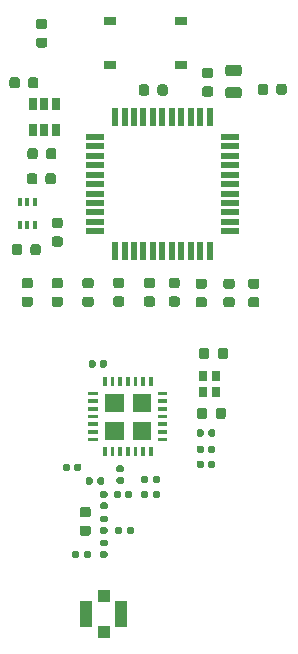
<source format=gbr>
%TF.GenerationSoftware,KiCad,Pcbnew,(5.1.6)-1*%
%TF.CreationDate,2022-09-14T08:17:57+02:00*%
%TF.ProjectId,LoRaWAN_EndNode_Microchip,4c6f5261-5741-44e5-9f45-6e644e6f6465,rev?*%
%TF.SameCoordinates,Original*%
%TF.FileFunction,Paste,Top*%
%TF.FilePolarity,Positive*%
%FSLAX46Y46*%
G04 Gerber Fmt 4.6, Leading zero omitted, Abs format (unit mm)*
G04 Created by KiCad (PCBNEW (5.1.6)-1) date 2022-09-14 08:17:57*
%MOMM*%
%LPD*%
G01*
G04 APERTURE LIST*
%ADD10C,0.010000*%
%ADD11R,0.400000X0.650000*%
%ADD12R,0.650000X1.060000*%
%ADD13R,0.800000X0.900000*%
%ADD14R,1.000000X0.750000*%
%ADD15R,0.550000X1.500000*%
%ADD16R,1.500000X0.550000*%
%ADD17R,1.050000X2.200000*%
%ADD18R,1.000000X1.050000*%
G04 APERTURE END LIST*
D10*
%TO.C,U1*%
G36*
X199077000Y-105224000D02*
G01*
X197597000Y-105224000D01*
X197597000Y-103744000D01*
X199077000Y-103744000D01*
X199077000Y-105224000D01*
G37*
X199077000Y-105224000D02*
X197597000Y-105224000D01*
X197597000Y-103744000D01*
X199077000Y-103744000D01*
X199077000Y-105224000D01*
G36*
X201437000Y-105224000D02*
G01*
X199957000Y-105224000D01*
X199957000Y-103744000D01*
X201437000Y-103744000D01*
X201437000Y-105224000D01*
G37*
X201437000Y-105224000D02*
X199957000Y-105224000D01*
X199957000Y-103744000D01*
X201437000Y-103744000D01*
X201437000Y-105224000D01*
G36*
X199077000Y-107584000D02*
G01*
X197597000Y-107584000D01*
X197597000Y-106104000D01*
X199077000Y-106104000D01*
X199077000Y-107584000D01*
G37*
X199077000Y-107584000D02*
X197597000Y-107584000D01*
X197597000Y-106104000D01*
X199077000Y-106104000D01*
X199077000Y-107584000D01*
G36*
X201437000Y-107584000D02*
G01*
X199957000Y-107584000D01*
X199957000Y-106104000D01*
X201437000Y-106104000D01*
X201437000Y-107584000D01*
G37*
X201437000Y-107584000D02*
X199957000Y-107584000D01*
X199957000Y-106104000D01*
X201437000Y-106104000D01*
X201437000Y-107584000D01*
%TD*%
%TO.C,R311*%
G36*
G01*
X193291750Y-90418500D02*
X193804250Y-90418500D01*
G75*
G02*
X194023000Y-90637250I0J-218750D01*
G01*
X194023000Y-91074750D01*
G75*
G02*
X193804250Y-91293500I-218750J0D01*
G01*
X193291750Y-91293500D01*
G75*
G02*
X193073000Y-91074750I0J218750D01*
G01*
X193073000Y-90637250D01*
G75*
G02*
X193291750Y-90418500I218750J0D01*
G01*
G37*
G36*
G01*
X193291750Y-88843500D02*
X193804250Y-88843500D01*
G75*
G02*
X194023000Y-89062250I0J-218750D01*
G01*
X194023000Y-89499750D01*
G75*
G02*
X193804250Y-89718500I-218750J0D01*
G01*
X193291750Y-89718500D01*
G75*
G02*
X193073000Y-89499750I0J218750D01*
G01*
X193073000Y-89062250D01*
G75*
G02*
X193291750Y-88843500I218750J0D01*
G01*
G37*
%TD*%
D11*
%TO.C,U6*%
X190358000Y-87528400D03*
X191658000Y-87528400D03*
X191008000Y-89428400D03*
X191008000Y-87528400D03*
X191658000Y-89428400D03*
X190358000Y-89428400D03*
%TD*%
%TO.C,R302*%
G36*
G01*
X205996250Y-94862000D02*
X205483750Y-94862000D01*
G75*
G02*
X205265000Y-94643250I0J218750D01*
G01*
X205265000Y-94205750D01*
G75*
G02*
X205483750Y-93987000I218750J0D01*
G01*
X205996250Y-93987000D01*
G75*
G02*
X206215000Y-94205750I0J-218750D01*
G01*
X206215000Y-94643250D01*
G75*
G02*
X205996250Y-94862000I-218750J0D01*
G01*
G37*
G36*
G01*
X205996250Y-96437000D02*
X205483750Y-96437000D01*
G75*
G02*
X205265000Y-96218250I0J218750D01*
G01*
X205265000Y-95780750D01*
G75*
G02*
X205483750Y-95562000I218750J0D01*
G01*
X205996250Y-95562000D01*
G75*
G02*
X206215000Y-95780750I0J-218750D01*
G01*
X206215000Y-96218250D01*
G75*
G02*
X205996250Y-96437000I-218750J0D01*
G01*
G37*
%TD*%
%TO.C,L204*%
G36*
G01*
X197312500Y-116083000D02*
X197657500Y-116083000D01*
G75*
G02*
X197805000Y-116230500I0J-147500D01*
G01*
X197805000Y-116525500D01*
G75*
G02*
X197657500Y-116673000I-147500J0D01*
G01*
X197312500Y-116673000D01*
G75*
G02*
X197165000Y-116525500I0J147500D01*
G01*
X197165000Y-116230500D01*
G75*
G02*
X197312500Y-116083000I147500J0D01*
G01*
G37*
G36*
G01*
X197312500Y-117053000D02*
X197657500Y-117053000D01*
G75*
G02*
X197805000Y-117200500I0J-147500D01*
G01*
X197805000Y-117495500D01*
G75*
G02*
X197657500Y-117643000I-147500J0D01*
G01*
X197312500Y-117643000D01*
G75*
G02*
X197165000Y-117495500I0J147500D01*
G01*
X197165000Y-117200500D01*
G75*
G02*
X197312500Y-117053000I147500J0D01*
G01*
G37*
%TD*%
%TO.C,L203*%
G36*
G01*
X197312500Y-115021000D02*
X197657500Y-115021000D01*
G75*
G02*
X197805000Y-115168500I0J-147500D01*
G01*
X197805000Y-115463500D01*
G75*
G02*
X197657500Y-115611000I-147500J0D01*
G01*
X197312500Y-115611000D01*
G75*
G02*
X197165000Y-115463500I0J147500D01*
G01*
X197165000Y-115168500D01*
G75*
G02*
X197312500Y-115021000I147500J0D01*
G01*
G37*
G36*
G01*
X197312500Y-114051000D02*
X197657500Y-114051000D01*
G75*
G02*
X197805000Y-114198500I0J-147500D01*
G01*
X197805000Y-114493500D01*
G75*
G02*
X197657500Y-114641000I-147500J0D01*
G01*
X197312500Y-114641000D01*
G75*
G02*
X197165000Y-114493500I0J147500D01*
G01*
X197165000Y-114198500D01*
G75*
G02*
X197312500Y-114051000I147500J0D01*
G01*
G37*
%TD*%
%TO.C,L202*%
G36*
G01*
X194628000Y-109809500D02*
X194628000Y-110154500D01*
G75*
G02*
X194480500Y-110302000I-147500J0D01*
G01*
X194185500Y-110302000D01*
G75*
G02*
X194038000Y-110154500I0J147500D01*
G01*
X194038000Y-109809500D01*
G75*
G02*
X194185500Y-109662000I147500J0D01*
G01*
X194480500Y-109662000D01*
G75*
G02*
X194628000Y-109809500I0J-147500D01*
G01*
G37*
G36*
G01*
X195598000Y-109809500D02*
X195598000Y-110154500D01*
G75*
G02*
X195450500Y-110302000I-147500J0D01*
G01*
X195155500Y-110302000D01*
G75*
G02*
X195008000Y-110154500I0J147500D01*
G01*
X195008000Y-109809500D01*
G75*
G02*
X195155500Y-109662000I147500J0D01*
G01*
X195450500Y-109662000D01*
G75*
G02*
X195598000Y-109809500I0J-147500D01*
G01*
G37*
%TD*%
%TO.C,L201*%
G36*
G01*
X199893000Y-112095500D02*
X199893000Y-112440500D01*
G75*
G02*
X199745500Y-112588000I-147500J0D01*
G01*
X199450500Y-112588000D01*
G75*
G02*
X199303000Y-112440500I0J147500D01*
G01*
X199303000Y-112095500D01*
G75*
G02*
X199450500Y-111948000I147500J0D01*
G01*
X199745500Y-111948000D01*
G75*
G02*
X199893000Y-112095500I0J-147500D01*
G01*
G37*
G36*
G01*
X198923000Y-112095500D02*
X198923000Y-112440500D01*
G75*
G02*
X198775500Y-112588000I-147500J0D01*
G01*
X198480500Y-112588000D01*
G75*
G02*
X198333000Y-112440500I0J147500D01*
G01*
X198333000Y-112095500D01*
G75*
G02*
X198480500Y-111948000I147500J0D01*
G01*
X198775500Y-111948000D01*
G75*
G02*
X198923000Y-112095500I0J-147500D01*
G01*
G37*
%TD*%
%TO.C,C302*%
G36*
G01*
X201326000Y-77772550D02*
X201326000Y-78285050D01*
G75*
G02*
X201107250Y-78503800I-218750J0D01*
G01*
X200669750Y-78503800D01*
G75*
G02*
X200451000Y-78285050I0J218750D01*
G01*
X200451000Y-77772550D01*
G75*
G02*
X200669750Y-77553800I218750J0D01*
G01*
X201107250Y-77553800D01*
G75*
G02*
X201326000Y-77772550I0J-218750D01*
G01*
G37*
G36*
G01*
X202901000Y-77772550D02*
X202901000Y-78285050D01*
G75*
G02*
X202682250Y-78503800I-218750J0D01*
G01*
X202244750Y-78503800D01*
G75*
G02*
X202026000Y-78285050I0J218750D01*
G01*
X202026000Y-77772550D01*
G75*
G02*
X202244750Y-77553800I218750J0D01*
G01*
X202682250Y-77553800D01*
G75*
G02*
X202901000Y-77772550I0J-218750D01*
G01*
G37*
%TD*%
%TO.C,D301*%
G36*
G01*
X208018750Y-77762500D02*
X208931250Y-77762500D01*
G75*
G02*
X209175000Y-78006250I0J-243750D01*
G01*
X209175000Y-78493750D01*
G75*
G02*
X208931250Y-78737500I-243750J0D01*
G01*
X208018750Y-78737500D01*
G75*
G02*
X207775000Y-78493750I0J243750D01*
G01*
X207775000Y-78006250D01*
G75*
G02*
X208018750Y-77762500I243750J0D01*
G01*
G37*
G36*
G01*
X208018750Y-75887500D02*
X208931250Y-75887500D01*
G75*
G02*
X209175000Y-76131250I0J-243750D01*
G01*
X209175000Y-76618750D01*
G75*
G02*
X208931250Y-76862500I-243750J0D01*
G01*
X208018750Y-76862500D01*
G75*
G02*
X207775000Y-76618750I0J243750D01*
G01*
X207775000Y-76131250D01*
G75*
G02*
X208018750Y-75887500I243750J0D01*
G01*
G37*
%TD*%
%TO.C,C308*%
G36*
G01*
X191970950Y-72003100D02*
X192483450Y-72003100D01*
G75*
G02*
X192702200Y-72221850I0J-218750D01*
G01*
X192702200Y-72659350D01*
G75*
G02*
X192483450Y-72878100I-218750J0D01*
G01*
X191970950Y-72878100D01*
G75*
G02*
X191752200Y-72659350I0J218750D01*
G01*
X191752200Y-72221850D01*
G75*
G02*
X191970950Y-72003100I218750J0D01*
G01*
G37*
G36*
G01*
X191970950Y-73578100D02*
X192483450Y-73578100D01*
G75*
G02*
X192702200Y-73796850I0J-218750D01*
G01*
X192702200Y-74234350D01*
G75*
G02*
X192483450Y-74453100I-218750J0D01*
G01*
X191970950Y-74453100D01*
G75*
G02*
X191752200Y-74234350I0J218750D01*
G01*
X191752200Y-73796850D01*
G75*
G02*
X191970950Y-73578100I218750J0D01*
G01*
G37*
%TD*%
%TO.C,C309*%
G36*
G01*
X191851900Y-85290950D02*
X191851900Y-85803450D01*
G75*
G02*
X191633150Y-86022200I-218750J0D01*
G01*
X191195650Y-86022200D01*
G75*
G02*
X190976900Y-85803450I0J218750D01*
G01*
X190976900Y-85290950D01*
G75*
G02*
X191195650Y-85072200I218750J0D01*
G01*
X191633150Y-85072200D01*
G75*
G02*
X191851900Y-85290950I0J-218750D01*
G01*
G37*
G36*
G01*
X193426900Y-85290950D02*
X193426900Y-85803450D01*
G75*
G02*
X193208150Y-86022200I-218750J0D01*
G01*
X192770650Y-86022200D01*
G75*
G02*
X192551900Y-85803450I0J218750D01*
G01*
X192551900Y-85290950D01*
G75*
G02*
X192770650Y-85072200I218750J0D01*
G01*
X193208150Y-85072200D01*
G75*
G02*
X193426900Y-85290950I0J-218750D01*
G01*
G37*
%TD*%
%TO.C,R301*%
G36*
G01*
X201614750Y-96373500D02*
X201102250Y-96373500D01*
G75*
G02*
X200883500Y-96154750I0J218750D01*
G01*
X200883500Y-95717250D01*
G75*
G02*
X201102250Y-95498500I218750J0D01*
G01*
X201614750Y-95498500D01*
G75*
G02*
X201833500Y-95717250I0J-218750D01*
G01*
X201833500Y-96154750D01*
G75*
G02*
X201614750Y-96373500I-218750J0D01*
G01*
G37*
G36*
G01*
X201614750Y-94798500D02*
X201102250Y-94798500D01*
G75*
G02*
X200883500Y-94579750I0J218750D01*
G01*
X200883500Y-94142250D01*
G75*
G02*
X201102250Y-93923500I218750J0D01*
G01*
X201614750Y-93923500D01*
G75*
G02*
X201833500Y-94142250I0J-218750D01*
G01*
X201833500Y-94579750D01*
G75*
G02*
X201614750Y-94798500I-218750J0D01*
G01*
G37*
%TD*%
%TO.C,C310*%
G36*
G01*
X189706700Y-91797850D02*
X189706700Y-91285350D01*
G75*
G02*
X189925450Y-91066600I218750J0D01*
G01*
X190362950Y-91066600D01*
G75*
G02*
X190581700Y-91285350I0J-218750D01*
G01*
X190581700Y-91797850D01*
G75*
G02*
X190362950Y-92016600I-218750J0D01*
G01*
X189925450Y-92016600D01*
G75*
G02*
X189706700Y-91797850I0J218750D01*
G01*
G37*
G36*
G01*
X191281700Y-91797850D02*
X191281700Y-91285350D01*
G75*
G02*
X191500450Y-91066600I218750J0D01*
G01*
X191937950Y-91066600D01*
G75*
G02*
X192156700Y-91285350I0J-218750D01*
G01*
X192156700Y-91797850D01*
G75*
G02*
X191937950Y-92016600I-218750J0D01*
G01*
X191500450Y-92016600D01*
G75*
G02*
X191281700Y-91797850I0J218750D01*
G01*
G37*
%TD*%
%TO.C,C307*%
G36*
G01*
X190378500Y-77162950D02*
X190378500Y-77675450D01*
G75*
G02*
X190159750Y-77894200I-218750J0D01*
G01*
X189722250Y-77894200D01*
G75*
G02*
X189503500Y-77675450I0J218750D01*
G01*
X189503500Y-77162950D01*
G75*
G02*
X189722250Y-76944200I218750J0D01*
G01*
X190159750Y-76944200D01*
G75*
G02*
X190378500Y-77162950I0J-218750D01*
G01*
G37*
G36*
G01*
X191953500Y-77162950D02*
X191953500Y-77675450D01*
G75*
G02*
X191734750Y-77894200I-218750J0D01*
G01*
X191297250Y-77894200D01*
G75*
G02*
X191078500Y-77675450I0J218750D01*
G01*
X191078500Y-77162950D01*
G75*
G02*
X191297250Y-76944200I218750J0D01*
G01*
X191734750Y-76944200D01*
G75*
G02*
X191953500Y-77162950I0J-218750D01*
G01*
G37*
%TD*%
%TO.C,C301*%
G36*
G01*
X203197750Y-93923500D02*
X203710250Y-93923500D01*
G75*
G02*
X203929000Y-94142250I0J-218750D01*
G01*
X203929000Y-94579750D01*
G75*
G02*
X203710250Y-94798500I-218750J0D01*
G01*
X203197750Y-94798500D01*
G75*
G02*
X202979000Y-94579750I0J218750D01*
G01*
X202979000Y-94142250D01*
G75*
G02*
X203197750Y-93923500I218750J0D01*
G01*
G37*
G36*
G01*
X203197750Y-95498500D02*
X203710250Y-95498500D01*
G75*
G02*
X203929000Y-95717250I0J-218750D01*
G01*
X203929000Y-96154750D01*
G75*
G02*
X203710250Y-96373500I-218750J0D01*
G01*
X203197750Y-96373500D01*
G75*
G02*
X202979000Y-96154750I0J218750D01*
G01*
X202979000Y-95717250D01*
G75*
G02*
X203197750Y-95498500I218750J0D01*
G01*
G37*
%TD*%
%TO.C,R303*%
G36*
G01*
X208345750Y-94862000D02*
X207833250Y-94862000D01*
G75*
G02*
X207614500Y-94643250I0J218750D01*
G01*
X207614500Y-94205750D01*
G75*
G02*
X207833250Y-93987000I218750J0D01*
G01*
X208345750Y-93987000D01*
G75*
G02*
X208564500Y-94205750I0J-218750D01*
G01*
X208564500Y-94643250D01*
G75*
G02*
X208345750Y-94862000I-218750J0D01*
G01*
G37*
G36*
G01*
X208345750Y-96437000D02*
X207833250Y-96437000D01*
G75*
G02*
X207614500Y-96218250I0J218750D01*
G01*
X207614500Y-95780750D01*
G75*
G02*
X207833250Y-95562000I218750J0D01*
G01*
X208345750Y-95562000D01*
G75*
G02*
X208564500Y-95780750I0J-218750D01*
G01*
X208564500Y-96218250D01*
G75*
G02*
X208345750Y-96437000I-218750J0D01*
G01*
G37*
%TD*%
D12*
%TO.C,U5*%
X192466000Y-79181600D03*
X191516000Y-79181600D03*
X193416000Y-79181600D03*
X193416000Y-81381600D03*
X192466000Y-81381600D03*
X191516000Y-81381600D03*
%TD*%
%TO.C,R307*%
G36*
G01*
X190751750Y-95511000D02*
X191264250Y-95511000D01*
G75*
G02*
X191483000Y-95729750I0J-218750D01*
G01*
X191483000Y-96167250D01*
G75*
G02*
X191264250Y-96386000I-218750J0D01*
G01*
X190751750Y-96386000D01*
G75*
G02*
X190533000Y-96167250I0J218750D01*
G01*
X190533000Y-95729750D01*
G75*
G02*
X190751750Y-95511000I218750J0D01*
G01*
G37*
G36*
G01*
X190751750Y-93936000D02*
X191264250Y-93936000D01*
G75*
G02*
X191483000Y-94154750I0J-218750D01*
G01*
X191483000Y-94592250D01*
G75*
G02*
X191264250Y-94811000I-218750J0D01*
G01*
X190751750Y-94811000D01*
G75*
G02*
X190533000Y-94592250I0J218750D01*
G01*
X190533000Y-94154750D01*
G75*
G02*
X190751750Y-93936000I218750J0D01*
G01*
G37*
%TD*%
D13*
%TO.C,Y1*%
X205910000Y-103632000D03*
X205910000Y-102232000D03*
X207010000Y-102232000D03*
X207010000Y-103632000D03*
%TD*%
%TO.C,Rext1*%
G36*
G01*
X193477700Y-83157350D02*
X193477700Y-83669850D01*
G75*
G02*
X193258950Y-83888600I-218750J0D01*
G01*
X192821450Y-83888600D01*
G75*
G02*
X192602700Y-83669850I0J218750D01*
G01*
X192602700Y-83157350D01*
G75*
G02*
X192821450Y-82938600I218750J0D01*
G01*
X193258950Y-82938600D01*
G75*
G02*
X193477700Y-83157350I0J-218750D01*
G01*
G37*
G36*
G01*
X191902700Y-83157350D02*
X191902700Y-83669850D01*
G75*
G02*
X191683950Y-83888600I-218750J0D01*
G01*
X191246450Y-83888600D01*
G75*
G02*
X191027700Y-83669850I0J218750D01*
G01*
X191027700Y-83157350D01*
G75*
G02*
X191246450Y-82938600I218750J0D01*
G01*
X191683950Y-82938600D01*
G75*
G02*
X191902700Y-83157350I0J-218750D01*
G01*
G37*
%TD*%
%TO.C,R305*%
G36*
G01*
X212097000Y-78234250D02*
X212097000Y-77721750D01*
G75*
G02*
X212315750Y-77503000I218750J0D01*
G01*
X212753250Y-77503000D01*
G75*
G02*
X212972000Y-77721750I0J-218750D01*
G01*
X212972000Y-78234250D01*
G75*
G02*
X212753250Y-78453000I-218750J0D01*
G01*
X212315750Y-78453000D01*
G75*
G02*
X212097000Y-78234250I0J218750D01*
G01*
G37*
G36*
G01*
X210522000Y-78234250D02*
X210522000Y-77721750D01*
G75*
G02*
X210740750Y-77503000I218750J0D01*
G01*
X211178250Y-77503000D01*
G75*
G02*
X211397000Y-77721750I0J-218750D01*
G01*
X211397000Y-78234250D01*
G75*
G02*
X211178250Y-78453000I-218750J0D01*
G01*
X210740750Y-78453000D01*
G75*
G02*
X210522000Y-78234250I0J218750D01*
G01*
G37*
%TD*%
%TO.C,U1*%
G36*
G01*
X196967000Y-107466800D02*
X196967000Y-107761200D01*
G75*
G02*
X196954200Y-107774000I-12800J0D01*
G01*
X196169800Y-107774000D01*
G75*
G02*
X196157000Y-107761200I0J12800D01*
G01*
X196157000Y-107466800D01*
G75*
G02*
X196169800Y-107454000I12800J0D01*
G01*
X196954200Y-107454000D01*
G75*
G02*
X196967000Y-107466800I0J-12800D01*
G01*
G37*
G36*
G01*
X196967000Y-106816800D02*
X196967000Y-107111200D01*
G75*
G02*
X196954200Y-107124000I-12800J0D01*
G01*
X196169800Y-107124000D01*
G75*
G02*
X196157000Y-107111200I0J12800D01*
G01*
X196157000Y-106816800D01*
G75*
G02*
X196169800Y-106804000I12800J0D01*
G01*
X196954200Y-106804000D01*
G75*
G02*
X196967000Y-106816800I0J-12800D01*
G01*
G37*
G36*
G01*
X196967000Y-106166800D02*
X196967000Y-106461200D01*
G75*
G02*
X196954200Y-106474000I-12800J0D01*
G01*
X196169800Y-106474000D01*
G75*
G02*
X196157000Y-106461200I0J12800D01*
G01*
X196157000Y-106166800D01*
G75*
G02*
X196169800Y-106154000I12800J0D01*
G01*
X196954200Y-106154000D01*
G75*
G02*
X196967000Y-106166800I0J-12800D01*
G01*
G37*
G36*
G01*
X196967000Y-105516800D02*
X196967000Y-105811200D01*
G75*
G02*
X196954200Y-105824000I-12800J0D01*
G01*
X196169800Y-105824000D01*
G75*
G02*
X196157000Y-105811200I0J12800D01*
G01*
X196157000Y-105516800D01*
G75*
G02*
X196169800Y-105504000I12800J0D01*
G01*
X196954200Y-105504000D01*
G75*
G02*
X196967000Y-105516800I0J-12800D01*
G01*
G37*
G36*
G01*
X196967000Y-104866800D02*
X196967000Y-105161200D01*
G75*
G02*
X196954200Y-105174000I-12800J0D01*
G01*
X196169800Y-105174000D01*
G75*
G02*
X196157000Y-105161200I0J12800D01*
G01*
X196157000Y-104866800D01*
G75*
G02*
X196169800Y-104854000I12800J0D01*
G01*
X196954200Y-104854000D01*
G75*
G02*
X196967000Y-104866800I0J-12800D01*
G01*
G37*
G36*
G01*
X196967000Y-104216800D02*
X196967000Y-104511200D01*
G75*
G02*
X196954200Y-104524000I-12800J0D01*
G01*
X196169800Y-104524000D01*
G75*
G02*
X196157000Y-104511200I0J12800D01*
G01*
X196157000Y-104216800D01*
G75*
G02*
X196169800Y-104204000I12800J0D01*
G01*
X196954200Y-104204000D01*
G75*
G02*
X196967000Y-104216800I0J-12800D01*
G01*
G37*
G36*
G01*
X196967000Y-103566800D02*
X196967000Y-103861200D01*
G75*
G02*
X196954200Y-103874000I-12800J0D01*
G01*
X196169800Y-103874000D01*
G75*
G02*
X196157000Y-103861200I0J12800D01*
G01*
X196157000Y-103566800D01*
G75*
G02*
X196169800Y-103554000I12800J0D01*
G01*
X196954200Y-103554000D01*
G75*
G02*
X196967000Y-103566800I0J-12800D01*
G01*
G37*
G36*
G01*
X202877000Y-103566800D02*
X202877000Y-103861200D01*
G75*
G02*
X202864200Y-103874000I-12800J0D01*
G01*
X202079800Y-103874000D01*
G75*
G02*
X202067000Y-103861200I0J12800D01*
G01*
X202067000Y-103566800D01*
G75*
G02*
X202079800Y-103554000I12800J0D01*
G01*
X202864200Y-103554000D01*
G75*
G02*
X202877000Y-103566800I0J-12800D01*
G01*
G37*
G36*
G01*
X202877000Y-104216800D02*
X202877000Y-104511200D01*
G75*
G02*
X202864200Y-104524000I-12800J0D01*
G01*
X202079800Y-104524000D01*
G75*
G02*
X202067000Y-104511200I0J12800D01*
G01*
X202067000Y-104216800D01*
G75*
G02*
X202079800Y-104204000I12800J0D01*
G01*
X202864200Y-104204000D01*
G75*
G02*
X202877000Y-104216800I0J-12800D01*
G01*
G37*
G36*
G01*
X202877000Y-104866800D02*
X202877000Y-105161200D01*
G75*
G02*
X202864200Y-105174000I-12800J0D01*
G01*
X202079800Y-105174000D01*
G75*
G02*
X202067000Y-105161200I0J12800D01*
G01*
X202067000Y-104866800D01*
G75*
G02*
X202079800Y-104854000I12800J0D01*
G01*
X202864200Y-104854000D01*
G75*
G02*
X202877000Y-104866800I0J-12800D01*
G01*
G37*
G36*
G01*
X202877000Y-105516800D02*
X202877000Y-105811200D01*
G75*
G02*
X202864200Y-105824000I-12800J0D01*
G01*
X202079800Y-105824000D01*
G75*
G02*
X202067000Y-105811200I0J12800D01*
G01*
X202067000Y-105516800D01*
G75*
G02*
X202079800Y-105504000I12800J0D01*
G01*
X202864200Y-105504000D01*
G75*
G02*
X202877000Y-105516800I0J-12800D01*
G01*
G37*
G36*
G01*
X202877000Y-106166800D02*
X202877000Y-106461200D01*
G75*
G02*
X202864200Y-106474000I-12800J0D01*
G01*
X202079800Y-106474000D01*
G75*
G02*
X202067000Y-106461200I0J12800D01*
G01*
X202067000Y-106166800D01*
G75*
G02*
X202079800Y-106154000I12800J0D01*
G01*
X202864200Y-106154000D01*
G75*
G02*
X202877000Y-106166800I0J-12800D01*
G01*
G37*
G36*
G01*
X202877000Y-106816800D02*
X202877000Y-107111200D01*
G75*
G02*
X202864200Y-107124000I-12800J0D01*
G01*
X202079800Y-107124000D01*
G75*
G02*
X202067000Y-107111200I0J12800D01*
G01*
X202067000Y-106816800D01*
G75*
G02*
X202079800Y-106804000I12800J0D01*
G01*
X202864200Y-106804000D01*
G75*
G02*
X202877000Y-106816800I0J-12800D01*
G01*
G37*
G36*
G01*
X202877000Y-107466800D02*
X202877000Y-107761200D01*
G75*
G02*
X202864200Y-107774000I-12800J0D01*
G01*
X202079800Y-107774000D01*
G75*
G02*
X202067000Y-107761200I0J12800D01*
G01*
X202067000Y-107466800D01*
G75*
G02*
X202079800Y-107454000I12800J0D01*
G01*
X202864200Y-107454000D01*
G75*
G02*
X202877000Y-107466800I0J-12800D01*
G01*
G37*
G36*
G01*
X201319800Y-108214000D02*
X201614200Y-108214000D01*
G75*
G02*
X201627000Y-108226800I0J-12800D01*
G01*
X201627000Y-109011200D01*
G75*
G02*
X201614200Y-109024000I-12800J0D01*
G01*
X201319800Y-109024000D01*
G75*
G02*
X201307000Y-109011200I0J12800D01*
G01*
X201307000Y-108226800D01*
G75*
G02*
X201319800Y-108214000I12800J0D01*
G01*
G37*
G36*
G01*
X200669800Y-108214000D02*
X200964200Y-108214000D01*
G75*
G02*
X200977000Y-108226800I0J-12800D01*
G01*
X200977000Y-109011200D01*
G75*
G02*
X200964200Y-109024000I-12800J0D01*
G01*
X200669800Y-109024000D01*
G75*
G02*
X200657000Y-109011200I0J12800D01*
G01*
X200657000Y-108226800D01*
G75*
G02*
X200669800Y-108214000I12800J0D01*
G01*
G37*
G36*
G01*
X200019800Y-108214000D02*
X200314200Y-108214000D01*
G75*
G02*
X200327000Y-108226800I0J-12800D01*
G01*
X200327000Y-109011200D01*
G75*
G02*
X200314200Y-109024000I-12800J0D01*
G01*
X200019800Y-109024000D01*
G75*
G02*
X200007000Y-109011200I0J12800D01*
G01*
X200007000Y-108226800D01*
G75*
G02*
X200019800Y-108214000I12800J0D01*
G01*
G37*
G36*
G01*
X199369800Y-108214000D02*
X199664200Y-108214000D01*
G75*
G02*
X199677000Y-108226800I0J-12800D01*
G01*
X199677000Y-109011200D01*
G75*
G02*
X199664200Y-109024000I-12800J0D01*
G01*
X199369800Y-109024000D01*
G75*
G02*
X199357000Y-109011200I0J12800D01*
G01*
X199357000Y-108226800D01*
G75*
G02*
X199369800Y-108214000I12800J0D01*
G01*
G37*
G36*
G01*
X198719800Y-108214000D02*
X199014200Y-108214000D01*
G75*
G02*
X199027000Y-108226800I0J-12800D01*
G01*
X199027000Y-109011200D01*
G75*
G02*
X199014200Y-109024000I-12800J0D01*
G01*
X198719800Y-109024000D01*
G75*
G02*
X198707000Y-109011200I0J12800D01*
G01*
X198707000Y-108226800D01*
G75*
G02*
X198719800Y-108214000I12800J0D01*
G01*
G37*
G36*
G01*
X198069800Y-108214000D02*
X198364200Y-108214000D01*
G75*
G02*
X198377000Y-108226800I0J-12800D01*
G01*
X198377000Y-109011200D01*
G75*
G02*
X198364200Y-109024000I-12800J0D01*
G01*
X198069800Y-109024000D01*
G75*
G02*
X198057000Y-109011200I0J12800D01*
G01*
X198057000Y-108226800D01*
G75*
G02*
X198069800Y-108214000I12800J0D01*
G01*
G37*
G36*
G01*
X197419800Y-108214000D02*
X197714200Y-108214000D01*
G75*
G02*
X197727000Y-108226800I0J-12800D01*
G01*
X197727000Y-109011200D01*
G75*
G02*
X197714200Y-109024000I-12800J0D01*
G01*
X197419800Y-109024000D01*
G75*
G02*
X197407000Y-109011200I0J12800D01*
G01*
X197407000Y-108226800D01*
G75*
G02*
X197419800Y-108214000I12800J0D01*
G01*
G37*
G36*
G01*
X197419800Y-102304000D02*
X197714200Y-102304000D01*
G75*
G02*
X197727000Y-102316800I0J-12800D01*
G01*
X197727000Y-103101200D01*
G75*
G02*
X197714200Y-103114000I-12800J0D01*
G01*
X197419800Y-103114000D01*
G75*
G02*
X197407000Y-103101200I0J12800D01*
G01*
X197407000Y-102316800D01*
G75*
G02*
X197419800Y-102304000I12800J0D01*
G01*
G37*
G36*
G01*
X198069800Y-102304000D02*
X198364200Y-102304000D01*
G75*
G02*
X198377000Y-102316800I0J-12800D01*
G01*
X198377000Y-103101200D01*
G75*
G02*
X198364200Y-103114000I-12800J0D01*
G01*
X198069800Y-103114000D01*
G75*
G02*
X198057000Y-103101200I0J12800D01*
G01*
X198057000Y-102316800D01*
G75*
G02*
X198069800Y-102304000I12800J0D01*
G01*
G37*
G36*
G01*
X198719800Y-102304000D02*
X199014200Y-102304000D01*
G75*
G02*
X199027000Y-102316800I0J-12800D01*
G01*
X199027000Y-103101200D01*
G75*
G02*
X199014200Y-103114000I-12800J0D01*
G01*
X198719800Y-103114000D01*
G75*
G02*
X198707000Y-103101200I0J12800D01*
G01*
X198707000Y-102316800D01*
G75*
G02*
X198719800Y-102304000I12800J0D01*
G01*
G37*
G36*
G01*
X199369800Y-102304000D02*
X199664200Y-102304000D01*
G75*
G02*
X199677000Y-102316800I0J-12800D01*
G01*
X199677000Y-103101200D01*
G75*
G02*
X199664200Y-103114000I-12800J0D01*
G01*
X199369800Y-103114000D01*
G75*
G02*
X199357000Y-103101200I0J12800D01*
G01*
X199357000Y-102316800D01*
G75*
G02*
X199369800Y-102304000I12800J0D01*
G01*
G37*
G36*
G01*
X200019800Y-102304000D02*
X200314200Y-102304000D01*
G75*
G02*
X200327000Y-102316800I0J-12800D01*
G01*
X200327000Y-103101200D01*
G75*
G02*
X200314200Y-103114000I-12800J0D01*
G01*
X200019800Y-103114000D01*
G75*
G02*
X200007000Y-103101200I0J12800D01*
G01*
X200007000Y-102316800D01*
G75*
G02*
X200019800Y-102304000I12800J0D01*
G01*
G37*
G36*
G01*
X200669800Y-102304000D02*
X200964200Y-102304000D01*
G75*
G02*
X200977000Y-102316800I0J-12800D01*
G01*
X200977000Y-103101200D01*
G75*
G02*
X200964200Y-103114000I-12800J0D01*
G01*
X200669800Y-103114000D01*
G75*
G02*
X200657000Y-103101200I0J12800D01*
G01*
X200657000Y-102316800D01*
G75*
G02*
X200669800Y-102304000I12800J0D01*
G01*
G37*
G36*
G01*
X201319800Y-102304000D02*
X201614200Y-102304000D01*
G75*
G02*
X201627000Y-102316800I0J-12800D01*
G01*
X201627000Y-103101200D01*
G75*
G02*
X201614200Y-103114000I-12800J0D01*
G01*
X201319800Y-103114000D01*
G75*
G02*
X201307000Y-103101200I0J12800D01*
G01*
X201307000Y-102316800D01*
G75*
G02*
X201319800Y-102304000I12800J0D01*
G01*
G37*
%TD*%
D14*
%TO.C,S301*%
X198056500Y-72196000D03*
X204056500Y-72196000D03*
X198056500Y-75946000D03*
X204056500Y-75946000D03*
%TD*%
%TO.C,R310*%
G36*
G01*
X206531250Y-77025000D02*
X206018750Y-77025000D01*
G75*
G02*
X205800000Y-76806250I0J218750D01*
G01*
X205800000Y-76368750D01*
G75*
G02*
X206018750Y-76150000I218750J0D01*
G01*
X206531250Y-76150000D01*
G75*
G02*
X206750000Y-76368750I0J-218750D01*
G01*
X206750000Y-76806250D01*
G75*
G02*
X206531250Y-77025000I-218750J0D01*
G01*
G37*
G36*
G01*
X206531250Y-78600000D02*
X206018750Y-78600000D01*
G75*
G02*
X205800000Y-78381250I0J218750D01*
G01*
X205800000Y-77943750D01*
G75*
G02*
X206018750Y-77725000I218750J0D01*
G01*
X206531250Y-77725000D01*
G75*
G02*
X206750000Y-77943750I0J-218750D01*
G01*
X206750000Y-78381250D01*
G75*
G02*
X206531250Y-78600000I-218750J0D01*
G01*
G37*
%TD*%
%TO.C,R309*%
G36*
G01*
X198498750Y-93923500D02*
X199011250Y-93923500D01*
G75*
G02*
X199230000Y-94142250I0J-218750D01*
G01*
X199230000Y-94579750D01*
G75*
G02*
X199011250Y-94798500I-218750J0D01*
G01*
X198498750Y-94798500D01*
G75*
G02*
X198280000Y-94579750I0J218750D01*
G01*
X198280000Y-94142250D01*
G75*
G02*
X198498750Y-93923500I218750J0D01*
G01*
G37*
G36*
G01*
X198498750Y-95498500D02*
X199011250Y-95498500D01*
G75*
G02*
X199230000Y-95717250I0J-218750D01*
G01*
X199230000Y-96154750D01*
G75*
G02*
X199011250Y-96373500I-218750J0D01*
G01*
X198498750Y-96373500D01*
G75*
G02*
X198280000Y-96154750I0J218750D01*
G01*
X198280000Y-95717250D01*
G75*
G02*
X198498750Y-95498500I218750J0D01*
G01*
G37*
%TD*%
%TO.C,R308*%
G36*
G01*
X193291750Y-93936000D02*
X193804250Y-93936000D01*
G75*
G02*
X194023000Y-94154750I0J-218750D01*
G01*
X194023000Y-94592250D01*
G75*
G02*
X193804250Y-94811000I-218750J0D01*
G01*
X193291750Y-94811000D01*
G75*
G02*
X193073000Y-94592250I0J218750D01*
G01*
X193073000Y-94154750D01*
G75*
G02*
X193291750Y-93936000I218750J0D01*
G01*
G37*
G36*
G01*
X193291750Y-95511000D02*
X193804250Y-95511000D01*
G75*
G02*
X194023000Y-95729750I0J-218750D01*
G01*
X194023000Y-96167250D01*
G75*
G02*
X193804250Y-96386000I-218750J0D01*
G01*
X193291750Y-96386000D01*
G75*
G02*
X193073000Y-96167250I0J218750D01*
G01*
X193073000Y-95729750D01*
G75*
G02*
X193291750Y-95511000I218750J0D01*
G01*
G37*
%TD*%
%TO.C,R304*%
G36*
G01*
X210441250Y-96437000D02*
X209928750Y-96437000D01*
G75*
G02*
X209710000Y-96218250I0J218750D01*
G01*
X209710000Y-95780750D01*
G75*
G02*
X209928750Y-95562000I218750J0D01*
G01*
X210441250Y-95562000D01*
G75*
G02*
X210660000Y-95780750I0J-218750D01*
G01*
X210660000Y-96218250D01*
G75*
G02*
X210441250Y-96437000I-218750J0D01*
G01*
G37*
G36*
G01*
X210441250Y-94862000D02*
X209928750Y-94862000D01*
G75*
G02*
X209710000Y-94643250I0J218750D01*
G01*
X209710000Y-94205750D01*
G75*
G02*
X209928750Y-93987000I218750J0D01*
G01*
X210441250Y-93987000D01*
G75*
G02*
X210660000Y-94205750I0J-218750D01*
G01*
X210660000Y-94643250D01*
G75*
G02*
X210441250Y-94862000I-218750J0D01*
G01*
G37*
%TD*%
%TO.C,R306*%
G36*
G01*
X195895250Y-93936000D02*
X196407750Y-93936000D01*
G75*
G02*
X196626500Y-94154750I0J-218750D01*
G01*
X196626500Y-94592250D01*
G75*
G02*
X196407750Y-94811000I-218750J0D01*
G01*
X195895250Y-94811000D01*
G75*
G02*
X195676500Y-94592250I0J218750D01*
G01*
X195676500Y-94154750D01*
G75*
G02*
X195895250Y-93936000I218750J0D01*
G01*
G37*
G36*
G01*
X195895250Y-95511000D02*
X196407750Y-95511000D01*
G75*
G02*
X196626500Y-95729750I0J-218750D01*
G01*
X196626500Y-96167250D01*
G75*
G02*
X196407750Y-96386000I-218750J0D01*
G01*
X195895250Y-96386000D01*
G75*
G02*
X195676500Y-96167250I0J218750D01*
G01*
X195676500Y-95729750D01*
G75*
G02*
X195895250Y-95511000I218750J0D01*
G01*
G37*
%TD*%
%TO.C,C213*%
G36*
G01*
X200020000Y-115143500D02*
X200020000Y-115488500D01*
G75*
G02*
X199872500Y-115636000I-147500J0D01*
G01*
X199577500Y-115636000D01*
G75*
G02*
X199430000Y-115488500I0J147500D01*
G01*
X199430000Y-115143500D01*
G75*
G02*
X199577500Y-114996000I147500J0D01*
G01*
X199872500Y-114996000D01*
G75*
G02*
X200020000Y-115143500I0J-147500D01*
G01*
G37*
G36*
G01*
X199050000Y-115143500D02*
X199050000Y-115488500D01*
G75*
G02*
X198902500Y-115636000I-147500J0D01*
G01*
X198607500Y-115636000D01*
G75*
G02*
X198460000Y-115488500I0J147500D01*
G01*
X198460000Y-115143500D01*
G75*
G02*
X198607500Y-114996000I147500J0D01*
G01*
X198902500Y-114996000D01*
G75*
G02*
X199050000Y-115143500I0J-147500D01*
G01*
G37*
%TD*%
%TO.C,C206*%
G36*
G01*
X206311000Y-109900500D02*
X206311000Y-109555500D01*
G75*
G02*
X206458500Y-109408000I147500J0D01*
G01*
X206753500Y-109408000D01*
G75*
G02*
X206901000Y-109555500I0J-147500D01*
G01*
X206901000Y-109900500D01*
G75*
G02*
X206753500Y-110048000I-147500J0D01*
G01*
X206458500Y-110048000D01*
G75*
G02*
X206311000Y-109900500I0J147500D01*
G01*
G37*
G36*
G01*
X205341000Y-109900500D02*
X205341000Y-109555500D01*
G75*
G02*
X205488500Y-109408000I147500J0D01*
G01*
X205783500Y-109408000D01*
G75*
G02*
X205931000Y-109555500I0J-147500D01*
G01*
X205931000Y-109900500D01*
G75*
G02*
X205783500Y-110048000I-147500J0D01*
G01*
X205488500Y-110048000D01*
G75*
G02*
X205341000Y-109900500I0J147500D01*
G01*
G37*
%TD*%
%TO.C,C212*%
G36*
G01*
X197657500Y-112563000D02*
X197312500Y-112563000D01*
G75*
G02*
X197165000Y-112415500I0J147500D01*
G01*
X197165000Y-112120500D01*
G75*
G02*
X197312500Y-111973000I147500J0D01*
G01*
X197657500Y-111973000D01*
G75*
G02*
X197805000Y-112120500I0J-147500D01*
G01*
X197805000Y-112415500D01*
G75*
G02*
X197657500Y-112563000I-147500J0D01*
G01*
G37*
G36*
G01*
X197657500Y-113533000D02*
X197312500Y-113533000D01*
G75*
G02*
X197165000Y-113385500I0J147500D01*
G01*
X197165000Y-113090500D01*
G75*
G02*
X197312500Y-112943000I147500J0D01*
G01*
X197657500Y-112943000D01*
G75*
G02*
X197805000Y-113090500I0J-147500D01*
G01*
X197805000Y-113385500D01*
G75*
G02*
X197657500Y-113533000I-147500J0D01*
G01*
G37*
%TD*%
%TO.C,C211*%
G36*
G01*
X197526000Y-110952500D02*
X197526000Y-111297500D01*
G75*
G02*
X197378500Y-111445000I-147500J0D01*
G01*
X197083500Y-111445000D01*
G75*
G02*
X196936000Y-111297500I0J147500D01*
G01*
X196936000Y-110952500D01*
G75*
G02*
X197083500Y-110805000I147500J0D01*
G01*
X197378500Y-110805000D01*
G75*
G02*
X197526000Y-110952500I0J-147500D01*
G01*
G37*
G36*
G01*
X196556000Y-110952500D02*
X196556000Y-111297500D01*
G75*
G02*
X196408500Y-111445000I-147500J0D01*
G01*
X196113500Y-111445000D01*
G75*
G02*
X195966000Y-111297500I0J147500D01*
G01*
X195966000Y-110952500D01*
G75*
G02*
X196113500Y-110805000I147500J0D01*
G01*
X196408500Y-110805000D01*
G75*
G02*
X196556000Y-110952500I0J-147500D01*
G01*
G37*
%TD*%
%TO.C,C204*%
G36*
G01*
X206311000Y-108630500D02*
X206311000Y-108285500D01*
G75*
G02*
X206458500Y-108138000I147500J0D01*
G01*
X206753500Y-108138000D01*
G75*
G02*
X206901000Y-108285500I0J-147500D01*
G01*
X206901000Y-108630500D01*
G75*
G02*
X206753500Y-108778000I-147500J0D01*
G01*
X206458500Y-108778000D01*
G75*
G02*
X206311000Y-108630500I0J147500D01*
G01*
G37*
G36*
G01*
X205341000Y-108630500D02*
X205341000Y-108285500D01*
G75*
G02*
X205488500Y-108138000I147500J0D01*
G01*
X205783500Y-108138000D01*
G75*
G02*
X205931000Y-108285500I0J-147500D01*
G01*
X205931000Y-108630500D01*
G75*
G02*
X205783500Y-108778000I-147500J0D01*
G01*
X205488500Y-108778000D01*
G75*
G02*
X205341000Y-108630500I0J147500D01*
G01*
G37*
%TD*%
%TO.C,C209*%
G36*
G01*
X201635000Y-111170500D02*
X201635000Y-110825500D01*
G75*
G02*
X201782500Y-110678000I147500J0D01*
G01*
X202077500Y-110678000D01*
G75*
G02*
X202225000Y-110825500I0J-147500D01*
G01*
X202225000Y-111170500D01*
G75*
G02*
X202077500Y-111318000I-147500J0D01*
G01*
X201782500Y-111318000D01*
G75*
G02*
X201635000Y-111170500I0J147500D01*
G01*
G37*
G36*
G01*
X200665000Y-111170500D02*
X200665000Y-110825500D01*
G75*
G02*
X200812500Y-110678000I147500J0D01*
G01*
X201107500Y-110678000D01*
G75*
G02*
X201255000Y-110825500I0J-147500D01*
G01*
X201255000Y-111170500D01*
G75*
G02*
X201107500Y-111318000I-147500J0D01*
G01*
X200812500Y-111318000D01*
G75*
G02*
X200665000Y-111170500I0J147500D01*
G01*
G37*
%TD*%
%TO.C,C203*%
G36*
G01*
X197757000Y-101046500D02*
X197757000Y-101391500D01*
G75*
G02*
X197609500Y-101539000I-147500J0D01*
G01*
X197314500Y-101539000D01*
G75*
G02*
X197167000Y-101391500I0J147500D01*
G01*
X197167000Y-101046500D01*
G75*
G02*
X197314500Y-100899000I147500J0D01*
G01*
X197609500Y-100899000D01*
G75*
G02*
X197757000Y-101046500I0J-147500D01*
G01*
G37*
G36*
G01*
X196787000Y-101046500D02*
X196787000Y-101391500D01*
G75*
G02*
X196639500Y-101539000I-147500J0D01*
G01*
X196344500Y-101539000D01*
G75*
G02*
X196197000Y-101391500I0J147500D01*
G01*
X196197000Y-101046500D01*
G75*
G02*
X196344500Y-100899000I147500J0D01*
G01*
X196639500Y-100899000D01*
G75*
G02*
X196787000Y-101046500I0J-147500D01*
G01*
G37*
%TD*%
%TO.C,C208*%
G36*
G01*
X205556500Y-100586250D02*
X205556500Y-100073750D01*
G75*
G02*
X205775250Y-99855000I218750J0D01*
G01*
X206212750Y-99855000D01*
G75*
G02*
X206431500Y-100073750I0J-218750D01*
G01*
X206431500Y-100586250D01*
G75*
G02*
X206212750Y-100805000I-218750J0D01*
G01*
X205775250Y-100805000D01*
G75*
G02*
X205556500Y-100586250I0J218750D01*
G01*
G37*
G36*
G01*
X207131500Y-100586250D02*
X207131500Y-100073750D01*
G75*
G02*
X207350250Y-99855000I218750J0D01*
G01*
X207787750Y-99855000D01*
G75*
G02*
X208006500Y-100073750I0J-218750D01*
G01*
X208006500Y-100586250D01*
G75*
G02*
X207787750Y-100805000I-218750J0D01*
G01*
X207350250Y-100805000D01*
G75*
G02*
X207131500Y-100586250I0J218750D01*
G01*
G37*
%TD*%
%TO.C,C205*%
G36*
G01*
X205364000Y-107233500D02*
X205364000Y-106888500D01*
G75*
G02*
X205511500Y-106741000I147500J0D01*
G01*
X205806500Y-106741000D01*
G75*
G02*
X205954000Y-106888500I0J-147500D01*
G01*
X205954000Y-107233500D01*
G75*
G02*
X205806500Y-107381000I-147500J0D01*
G01*
X205511500Y-107381000D01*
G75*
G02*
X205364000Y-107233500I0J147500D01*
G01*
G37*
G36*
G01*
X206334000Y-107233500D02*
X206334000Y-106888500D01*
G75*
G02*
X206481500Y-106741000I147500J0D01*
G01*
X206776500Y-106741000D01*
G75*
G02*
X206924000Y-106888500I0J-147500D01*
G01*
X206924000Y-107233500D01*
G75*
G02*
X206776500Y-107381000I-147500J0D01*
G01*
X206481500Y-107381000D01*
G75*
G02*
X206334000Y-107233500I0J147500D01*
G01*
G37*
%TD*%
%TO.C,C207*%
G36*
G01*
X206953500Y-105666250D02*
X206953500Y-105153750D01*
G75*
G02*
X207172250Y-104935000I218750J0D01*
G01*
X207609750Y-104935000D01*
G75*
G02*
X207828500Y-105153750I0J-218750D01*
G01*
X207828500Y-105666250D01*
G75*
G02*
X207609750Y-105885000I-218750J0D01*
G01*
X207172250Y-105885000D01*
G75*
G02*
X206953500Y-105666250I0J218750D01*
G01*
G37*
G36*
G01*
X205378500Y-105666250D02*
X205378500Y-105153750D01*
G75*
G02*
X205597250Y-104935000I218750J0D01*
G01*
X206034750Y-104935000D01*
G75*
G02*
X206253500Y-105153750I0J-218750D01*
G01*
X206253500Y-105666250D01*
G75*
G02*
X206034750Y-105885000I-218750J0D01*
G01*
X205597250Y-105885000D01*
G75*
G02*
X205378500Y-105666250I0J218750D01*
G01*
G37*
%TD*%
%TO.C,C202*%
G36*
G01*
X198709500Y-110784000D02*
X199054500Y-110784000D01*
G75*
G02*
X199202000Y-110931500I0J-147500D01*
G01*
X199202000Y-111226500D01*
G75*
G02*
X199054500Y-111374000I-147500J0D01*
G01*
X198709500Y-111374000D01*
G75*
G02*
X198562000Y-111226500I0J147500D01*
G01*
X198562000Y-110931500D01*
G75*
G02*
X198709500Y-110784000I147500J0D01*
G01*
G37*
G36*
G01*
X198709500Y-109814000D02*
X199054500Y-109814000D01*
G75*
G02*
X199202000Y-109961500I0J-147500D01*
G01*
X199202000Y-110256500D01*
G75*
G02*
X199054500Y-110404000I-147500J0D01*
G01*
X198709500Y-110404000D01*
G75*
G02*
X198562000Y-110256500I0J147500D01*
G01*
X198562000Y-109961500D01*
G75*
G02*
X198709500Y-109814000I147500J0D01*
G01*
G37*
%TD*%
%TO.C,C201*%
G36*
G01*
X200665000Y-112440500D02*
X200665000Y-112095500D01*
G75*
G02*
X200812500Y-111948000I147500J0D01*
G01*
X201107500Y-111948000D01*
G75*
G02*
X201255000Y-112095500I0J-147500D01*
G01*
X201255000Y-112440500D01*
G75*
G02*
X201107500Y-112588000I-147500J0D01*
G01*
X200812500Y-112588000D01*
G75*
G02*
X200665000Y-112440500I0J147500D01*
G01*
G37*
G36*
G01*
X201635000Y-112440500D02*
X201635000Y-112095500D01*
G75*
G02*
X201782500Y-111948000I147500J0D01*
G01*
X202077500Y-111948000D01*
G75*
G02*
X202225000Y-112095500I0J-147500D01*
G01*
X202225000Y-112440500D01*
G75*
G02*
X202077500Y-112588000I-147500J0D01*
G01*
X201782500Y-112588000D01*
G75*
G02*
X201635000Y-112440500I0J147500D01*
G01*
G37*
%TD*%
%TO.C,C214*%
G36*
G01*
X195793000Y-117520500D02*
X195793000Y-117175500D01*
G75*
G02*
X195940500Y-117028000I147500J0D01*
G01*
X196235500Y-117028000D01*
G75*
G02*
X196383000Y-117175500I0J-147500D01*
G01*
X196383000Y-117520500D01*
G75*
G02*
X196235500Y-117668000I-147500J0D01*
G01*
X195940500Y-117668000D01*
G75*
G02*
X195793000Y-117520500I0J147500D01*
G01*
G37*
G36*
G01*
X194823000Y-117520500D02*
X194823000Y-117175500D01*
G75*
G02*
X194970500Y-117028000I147500J0D01*
G01*
X195265500Y-117028000D01*
G75*
G02*
X195413000Y-117175500I0J-147500D01*
G01*
X195413000Y-117520500D01*
G75*
G02*
X195265500Y-117668000I-147500J0D01*
G01*
X194970500Y-117668000D01*
G75*
G02*
X194823000Y-117520500I0J147500D01*
G01*
G37*
%TD*%
D15*
%TO.C,U2*%
X198450400Y-91694000D03*
X199250400Y-91694000D03*
X200050400Y-91694000D03*
X200850400Y-91694000D03*
X201650400Y-91694000D03*
X202450400Y-91694000D03*
X203250400Y-91694000D03*
X204050400Y-91694000D03*
X204850400Y-91694000D03*
X205650400Y-91694000D03*
X206450400Y-91694000D03*
D16*
X208150400Y-89994000D03*
X208150400Y-89194000D03*
X208150400Y-88394000D03*
X208150400Y-87594000D03*
X208150400Y-86794000D03*
X208150400Y-85994000D03*
X208150400Y-85194000D03*
X208150400Y-84394000D03*
X208150400Y-83594000D03*
X208150400Y-82794000D03*
X208150400Y-81994000D03*
D15*
X206450400Y-80294000D03*
X205650400Y-80294000D03*
X204850400Y-80294000D03*
X204050400Y-80294000D03*
X203250400Y-80294000D03*
X202450400Y-80294000D03*
X201650400Y-80294000D03*
X200850400Y-80294000D03*
X200050400Y-80294000D03*
X199250400Y-80294000D03*
X198450400Y-80294000D03*
D16*
X196750400Y-81994000D03*
X196750400Y-82794000D03*
X196750400Y-83594000D03*
X196750400Y-84394000D03*
X196750400Y-85194000D03*
X196750400Y-85994000D03*
X196750400Y-86794000D03*
X196750400Y-87594000D03*
X196750400Y-88394000D03*
X196750400Y-89194000D03*
X196750400Y-89994000D03*
%TD*%
%TO.C,C215*%
G36*
G01*
X196181250Y-115775000D02*
X195668750Y-115775000D01*
G75*
G02*
X195450000Y-115556250I0J218750D01*
G01*
X195450000Y-115118750D01*
G75*
G02*
X195668750Y-114900000I218750J0D01*
G01*
X196181250Y-114900000D01*
G75*
G02*
X196400000Y-115118750I0J-218750D01*
G01*
X196400000Y-115556250D01*
G75*
G02*
X196181250Y-115775000I-218750J0D01*
G01*
G37*
G36*
G01*
X196181250Y-114200000D02*
X195668750Y-114200000D01*
G75*
G02*
X195450000Y-113981250I0J218750D01*
G01*
X195450000Y-113543750D01*
G75*
G02*
X195668750Y-113325000I218750J0D01*
G01*
X196181250Y-113325000D01*
G75*
G02*
X196400000Y-113543750I0J-218750D01*
G01*
X196400000Y-113981250D01*
G75*
G02*
X196181250Y-114200000I-218750J0D01*
G01*
G37*
%TD*%
D17*
%TO.C,J2*%
X195995000Y-122405000D03*
X198945000Y-122405000D03*
D18*
X197470000Y-123930000D03*
X197470000Y-120880000D03*
%TD*%
M02*

</source>
